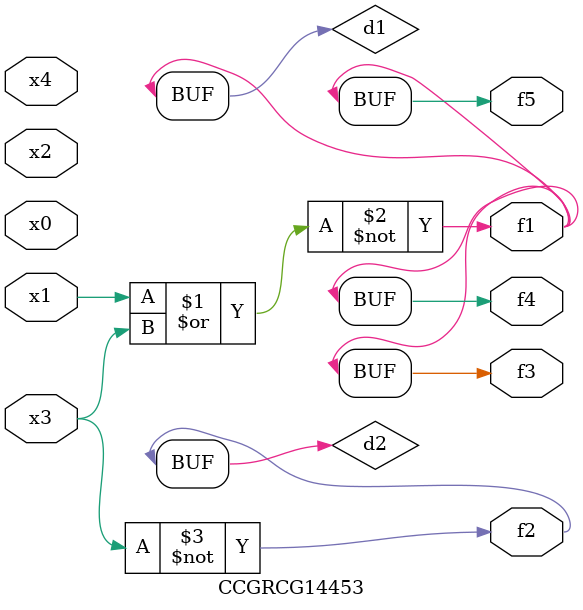
<source format=v>
module CCGRCG14453(
	input x0, x1, x2, x3, x4,
	output f1, f2, f3, f4, f5
);

	wire d1, d2;

	nor (d1, x1, x3);
	not (d2, x3);
	assign f1 = d1;
	assign f2 = d2;
	assign f3 = d1;
	assign f4 = d1;
	assign f5 = d1;
endmodule

</source>
